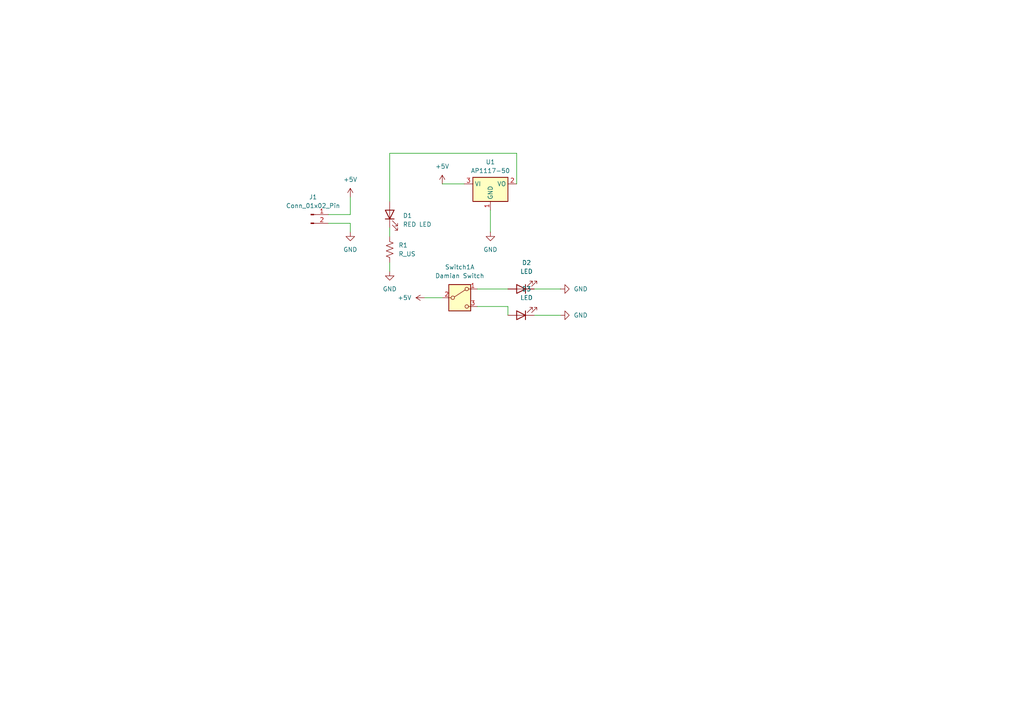
<source format=kicad_sch>
(kicad_sch (version 20250114) (generator "eeschema") (generator_version "9.0")
  (paper "A4")
  (lib_symbols
    (symbol "Connector:Conn_01x02_Pin" (pin_names (offset 1.016) (hide yes))
      (property "Reference" "J" (at 0 2.54 0))
      (property "Value" "Conn_01x02_Pin" (at 0 -5.08 0))
      (symbol "Conn_01x02_Pin_1_1"
        (rectangle (start 0.8636 0.127) (end 0 -0.127) (stroke (width 0.1524)) (fill (type outline)))
        (rectangle (start 0.8636 -2.413) (end 0 -2.667) (stroke (width 0.1524)) (fill (type outline)))
        (polyline (pts (xy 1.27 0) (xy 0.8636 0)) (stroke (width 0.1524)))
        (polyline (pts (xy 1.27 -2.54) (xy 0.8636 -2.54)) (stroke (width 0.1524)))
        (pin passive line (at 5.08 0 180) (length 3.81) (name "Pin_1") (number "1"))
        (pin passive line (at 5.08 -2.54 180) (length 3.81) (name "Pin_2") (number "2"))
      )
    )
    (symbol "Device:LED" (pin_numbers (hide yes)) (pin_names (offset 1.016) (hide yes))
      (property "Reference" "D" (at 0 2.54 0))
      (property "Value" "LED" (at 0 -2.54 0))
      (symbol "LED_0_1"
        (polyline (pts (xy -3.048 -0.762) (xy -4.572 -2.286) (xy -3.81 -2.286) (xy -4.572 -2.286) (xy -4.572 -1.524)))
        (polyline (pts (xy -1.778 -0.762) (xy -3.302 -2.286) (xy -2.54 -2.286) (xy -3.302 -2.286) (xy -3.302 -1.524)))
        (polyline (pts (xy -1.27 0) (xy 1.27 0)))
        (polyline (pts (xy -1.27 -1.27) (xy -1.27 1.27)) (stroke (width 0.254)))
        (polyline (pts (xy 1.27 -1.27) (xy 1.27 1.27) (xy -1.27 0) (xy 1.27 -1.27)) (stroke (width 0.254)))
      )
      (symbol "LED_1_1"
        (pin passive line (at -3.81 0 0) (length 2.54) (name "K") (number "1"))
        (pin passive line (at 3.81 0 180) (length 2.54) (name "A") (number "2"))
      )
    )
    (symbol "Device:R_US" (pin_numbers (hide yes)) (pin_names (offset 0))
      (property "Reference" "R" (at 2.54 0 90))
      (property "Value" "R_US" (at -2.54 0 90))
      (symbol "R_US_0_1"
        (polyline (pts (xy 0 2.286) (xy 0 2.54)))
        (polyline (pts (xy 0 2.286) (xy 1.016 1.905) (xy 0 1.524) (xy -1.016 1.143) (xy 0 0.762)))
        (polyline (pts (xy 0 0.762) (xy 1.016 0.381) (xy 0 0) (xy -1.016 -0.381) (xy 0 -0.762)))
        (polyline (pts (xy 0 -0.762) (xy 1.016 -1.143) (xy 0 -1.524) (xy -1.016 -1.905) (xy 0 -2.286)))
        (polyline (pts (xy 0 -2.286) (xy 0 -2.54)))
      )
      (symbol "R_US_1_1"
        (pin passive line (at 0 3.81 270) (length 1.27) (name "~") (number "1"))
        (pin passive line (at 0 -3.81 90) (length 1.27) (name "~") (number "2"))
      )
    )
    (symbol "Regulator_Linear:AP1117-50"
      (property "Reference" "U" (at -3.81 3.175 0))
      (property "Value" "AP1117-50" (at 0 3.175 0))
      (symbol "AP1117-50_0_1"
        (rectangle (start -5.08 -5.08) (end 5.08 1.905) (stroke (width 0.254)) (fill (type background)))
      )
      (symbol "AP1117-50_1_1"
        (pin power_in line (at -7.62 0 0) (length 2.54) (name "VI") (number "3"))
        (pin power_in line (at 0 -7.62 90) (length 2.54) (name "GND") (number "1"))
        (pin power_out line (at 7.62 0 180) (length 2.54) (name "VO") (number "2"))
      )
    )
    (symbol "Switch:SW_DPDT_x2" (pin_names (offset 0) (hide yes))
      (property "Reference" "SW" (at 0 5.08 0))
      (property "Value" "SW_DPDT_x2" (at 0 -5.08 0))
      (symbol "SW_DPDT_x2_0_0"
        (circle (center -2.032 0) (radius 0.508))
        (circle (center 2.032 -2.54) (radius 0.508))
      )
      (symbol "SW_DPDT_x2_0_1"
        (rectangle (start -3.175 3.81) (end 3.175 -3.81) (stroke (width 0.254)) (fill (type background)))
        (polyline (pts (xy -1.524 0.254) (xy 1.5748 2.286)))
        (circle (center 2.032 2.54) (radius 0.508))
      )
      (symbol "SW_DPDT_x2_1_1"
        (pin passive line (at -5.08 0 0) (length 2.54) (name "B") (number "2"))
        (pin passive line (at 5.08 2.54 180) (length 2.54) (name "A") (number "1"))
        (pin passive line (at 5.08 -2.54 180) (length 2.54) (name "C") (number "3"))
      )
      (symbol "SW_DPDT_x2_2_1"
        (pin passive line (at -5.08 0 0) (length 2.54) (name "B") (number "5"))
        (pin passive line (at 5.08 2.54 180) (length 2.54) (name "A") (number "4"))
        (pin passive line (at 5.08 -2.54 180) (length 2.54) (name "C") (number "6"))
      )
    )
    (symbol "power:+5V" (power) (pin_numbers (hide yes)) (pin_names (offset 0) (hide yes))
      (property "Value" "+5V" (at 0 3.556 0))
      (symbol "+5V_0_1"
        (polyline (pts (xy -0.762 1.27) (xy 0 2.54)))
        (polyline (pts (xy 0 2.54) (xy 0.762 1.27)))
        (polyline (pts (xy 0 0) (xy 0 2.54)))
      )
      (symbol "+5V_1_1"
        (pin power_in line (at 0 0 90) (length 0) (name "~") (number "1"))
      )
    )
    (symbol "power:GND" (power) (pin_numbers (hide yes)) (pin_names (offset 0) (hide yes))
      (property "Value" "GND" (at 0 -3.81 0))
      (symbol "GND_0_1"
        (polyline (pts (xy 0 0) (xy 0 -1.27) (xy 1.27 -1.27) (xy 0 -2.54) (xy -1.27 -1.27) (xy 0 -1.27)))
      )
      (symbol "GND_1_1"
        (pin power_in line (at 0 0 270) (length 0) (name "~") (number "1"))
      )
    )
  )
  (wire (pts (xy 138.43 83.82) (xy 147.32 83.82)))
  (wire (pts (xy 123.19 86.36) (xy 128.27 86.36)))
  (wire (pts (xy 113.03 66.04) (xy 113.03 68.58)))
  (wire (pts (xy 101.6 64.77) (xy 101.6 67.31)))
  (wire (pts (xy 154.94 91.44) (xy 162.56 91.44)))
  (wire (pts (xy 149.86 44.45) (xy 113.03 44.45)))
  (wire (pts (xy 142.24 60.96) (xy 142.24 67.31)))
  (wire (pts (xy 95.25 62.23) (xy 101.6 62.23)))
  (wire (pts (xy 149.86 53.34) (xy 149.86 44.45)))
  (wire (pts (xy 128.27 53.34) (xy 134.62 53.34)))
  (wire (pts (xy 113.03 44.45) (xy 113.03 58.42)))
  (wire (pts (xy 154.94 83.82) (xy 162.56 83.82)))
  (wire (pts (xy 101.6 62.23) (xy 101.6 57.15)))
  (wire (pts (xy 138.43 88.9) (xy 147.32 88.9)))
  (wire (pts (xy 147.32 88.9) (xy 147.32 91.44)))
  (wire (pts (xy 95.25 64.77) (xy 101.6 64.77)))
  (wire (pts (xy 113.03 76.2) (xy 113.03 78.74)))
  (symbol (lib_id "Regulator_Linear:AP1117-50") (at 142.24 53.34 0) (unit 1)
    (property "Reference" "U1" (at 142.24 46.99 0))
    (property "Value" "AP1117-50" (at 142.24 49.53 0))
    (property "Footprint" "Package_TO_SOT_SMD:SOT-223-3_TabPin2" (effects (hide yes)))
    (property "Datasheet" "http://www.diodes.com/datasheets/AP1117.pdf" (effects (hide yes)))
    (property "Description" "1A Low Dropout regulator, positive, 5.0V fixed output, SOT-223" (effects (hide yes)))
  )
  (symbol (lib_id "Device:LED") (at 151.13 91.44 180) (unit 1)
    (property "Reference" "D3" (at 152.7175 83.82 0))
    (property "Value" "LED" (at 152.7175 86.36 0))
    (property "Footprint" "LED_SMD:LED_0603_1608Metric_Pad1.05x0.95mm_HandSolder" (effects (hide yes)))
    (property "Description" "Light emitting diode" (effects (hide yes)))
    (property "Sim.Pins" "1=K 2=A" (effects (hide yes)))
  )
  (symbol (lib_id "power:+5V") (at 128.27 53.34 0) (unit 1)
    (property "Reference" "#PWR05" (effects (hide yes)))
    (property "Value" "+5V" (at 128.27 48.26 0))
    (property "Description" "Power symbol creates a global label with name \"+5V\"" (effects (hide yes)))
  )
  (symbol (lib_id "power:GND") (at 113.03 78.74 0) (unit 1)
    (property "Reference" "#PWR01" (effects (hide yes)))
    (property "Value" "GND" (at 113.03 83.82 0))
    (property "Description" "Power symbol creates a global label with name \"GND\" , ground" (effects (hide yes)))
  )
  (symbol (lib_id "Device:R_US") (at 113.03 72.39 0) (unit 1)
    (property "Reference" "R1" (at 115.57 71.1199 0) (effects (justify left)))
    (property "Value" "R_US" (at 115.57 73.6599 0) (effects (justify left)))
    (property "Footprint" "Resistor_SMD:R_0805_2012Metric" (effects (hide yes)))
    (property "Description" "Resistor, US symbol" (effects (hide yes)))
  )
  (symbol (lib_id "power:GND") (at 162.56 91.44 90) (unit 1)
    (property "Reference" "#PWR07" (effects (hide yes)))
    (property "Value" "GND" (at 166.37 91.4399 90) (effects (justify right)))
    (property "Description" "Power symbol creates a global label with name \"GND\" , ground" (effects (hide yes)))
  )
  (symbol (lib_id "Switch:SW_DPDT_x2") (at 133.35 86.36 0) (unit 1)
    (property "Reference" "Switch1" (at 133.35 77.47 0))
    (property "Value" "Damian Switch" (at 133.35 80.01 0))
    (property "Footprint" "Button_Switch_SMD:SW_DIP_SPSTx01_Slide_6.7x4.1mm_W6.73mm_P2.54mm_LowProfile_JPin" (effects (hide yes)))
    (property "Description" "Switch, dual pole double throw, separate symbols" (effects (hide yes)))
  )
  (symbol (lib_id "power:GND") (at 101.6 67.31 0) (unit 1)
    (property "Reference" "#PWR04" (effects (hide yes)))
    (property "Value" "GND" (at 101.6 72.39 0))
    (property "Description" "Power symbol creates a global label with name \"GND\" , ground" (effects (hide yes)))
  )
  (symbol (lib_id "Device:LED") (at 151.13 83.82 180) (unit 1)
    (property "Reference" "D2" (at 152.7175 76.2 0))
    (property "Value" "LED" (at 152.7175 78.74 0))
    (property "Footprint" "LED_SMD:LED_0603_1608Metric_Pad1.05x0.95mm_HandSolder" (effects (hide yes)))
    (property "Description" "Light emitting diode" (effects (hide yes)))
    (property "Sim.Pins" "1=K 2=A" (effects (hide yes)))
  )
  (symbol (lib_id "power:GND") (at 142.24 67.31 0) (unit 1)
    (property "Reference" "#PWR02" (effects (hide yes)))
    (property "Value" "GND" (at 142.24 72.39 0))
    (property "Description" "Power symbol creates a global label with name \"GND\" , ground" (effects (hide yes)))
  )
  (symbol (lib_id "Connector:Conn_01x02_Pin") (at 90.17 62.23 0) (unit 1)
    (property "Reference" "J1" (at 90.805 57.15 0))
    (property "Value" "Conn_01x02_Pin" (at 90.805 59.69 0))
    (property "Footprint" "Connector_PinSocket_2.54mm:PinSocket_1x02_P2.54mm_Horizontal" (effects (hide yes)))
    (property "Description" "Generic connector, single row, 01x02, script generated" (effects (hide yes)))
  )
  (symbol (lib_id "power:GND") (at 162.56 83.82 90) (unit 1)
    (property "Reference" "#PWR06" (effects (hide yes)))
    (property "Value" "GND" (at 166.37 83.8199 90) (effects (justify right)))
    (property "Description" "Power symbol creates a global label with name \"GND\" , ground" (effects (hide yes)))
  )
  (symbol (lib_id "power:+5V") (at 123.19 86.36 90) (unit 1)
    (property "Reference" "#PWR08" (effects (hide yes)))
    (property "Value" "+5V" (at 119.38 86.3599 90) (effects (justify left)))
    (property "Description" "Power symbol creates a global label with name \"+5V\"" (effects (hide yes)))
  )
  (symbol (lib_id "power:+5V") (at 101.6 57.15 0) (unit 1)
    (property "Reference" "#PWR03" (effects (hide yes)))
    (property "Value" "+5V" (at 101.6 52.07 0))
    (property "Description" "Power symbol creates a global label with name \"+5V\"" (effects (hide yes)))
  )
  (symbol (lib_id "Device:LED") (at 113.03 62.23 90) (unit 1)
    (property "Reference" "D1" (at 116.84 62.5474 90) (effects (justify right)))
    (property "Value" "RED LED" (at 116.84 65.0874 90) (effects (justify right)))
    (property "Footprint" "LED_SMD:LED_0603_1608Metric_Pad1.05x0.95mm_HandSolder" (effects (hide yes)))
    (property "Description" "Light emitting diode" (effects (hide yes)))
    (property "Sim.Pins" "1=K 2=A" (effects (hide yes)))
  )
)
</source>
